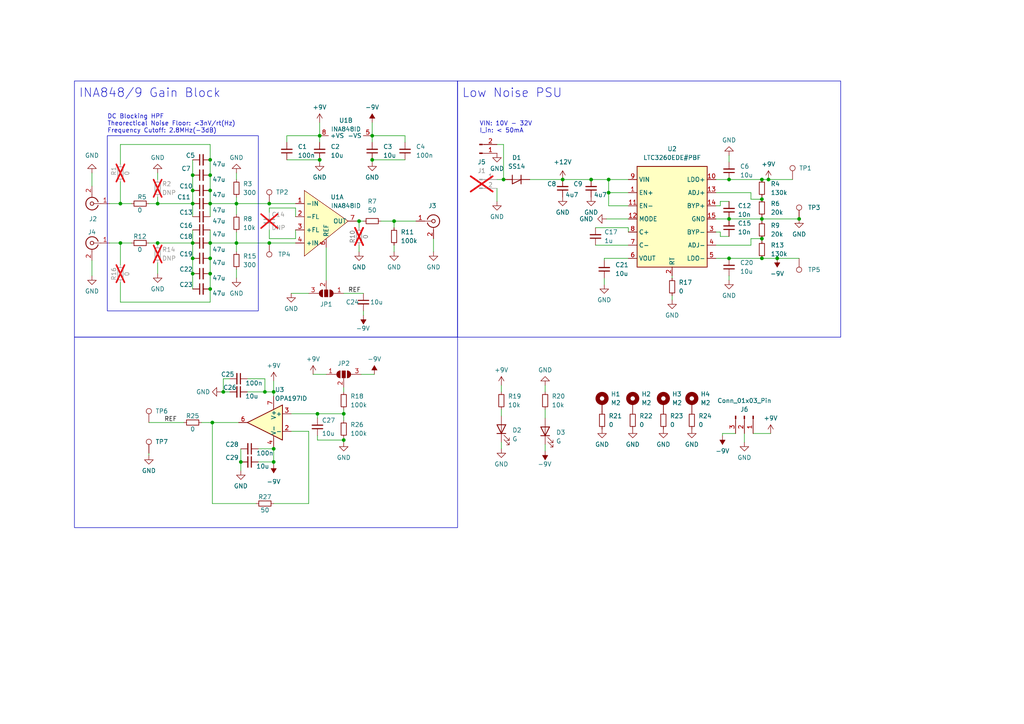
<source format=kicad_sch>
(kicad_sch (version 20230121) (generator eeschema)
  (paper "A4")
  (title_block (title "INA Gain Block") (date "2024-05-07") (rev "v0_1_1") (company "M-Labs Limited"))
  (lib_symbols
    (symbol "Amplifier_Operational:OPA197xD" (pin_names (offset 0.127))
      (property "Reference" "U" (at 0 6.35 0))
      (property "Value" "OPA197xD" (at 0 3.81 0))
      (symbol "OPA197xD_1_1"
        (pin no_connect line (at -2.54 2.54 270) (length 2.54) hide (name "NC") (number "1"))
        (pin input line (at -7.62 -2.54 0) (length 2.54) (name "-") (number "2"))
        (pin input line (at -7.62 2.54 0) (length 2.54) (name "+") (number "3"))
        (pin power_in line (at -2.54 -7.62 90) (length 3.81) (name "V-") (number "4"))
        (pin no_connect line (at 0 2.54 270) (length 2.54) hide (name "NC") (number "5"))
        (pin output line (at 7.62 0 180) (length 2.54) (name "~") (number "6"))
        (pin power_in line (at -2.54 7.62 270) (length 3.81) (name "V+") (number "7"))
        (pin no_connect line (at 0 -2.54 90) (length 2.54) hide (name "NC") (number "8"))
      )
    )
    (symbol "Connector:Conn_01x02_Pin" (pin_names (offset 1.016) hide)
      (property "Reference" "J" (at 0 2.54 0))
      (property "Value" "Conn_01x02_Pin" (at 0 -5.08 0))
      (symbol "Conn_01x02_Pin_1_1"
        (pin passive line (at 5.08 0 180) (length 3.81) (name "Pin_1") (number "1"))
        (pin passive line (at 5.08 -2.54 180) (length 3.81) (name "Pin_2") (number "2"))
      )
    )
    (symbol "Connector:Conn_01x03_Pin" (pin_names (offset 1.016) hide)
      (property "Reference" "J" (at 0 5.08 0))
      (property "Value" "Conn_01x03_Pin" (at 0 -5.08 0))
      (symbol "Conn_01x03_Pin_1_1"
        (pin passive line (at 5.08 2.54 180) (length 3.81) (name "Pin_1") (number "1"))
        (pin passive line (at 5.08 0 180) (length 3.81) (name "Pin_2") (number "2"))
        (pin passive line (at 5.08 -2.54 180) (length 3.81) (name "Pin_3") (number "3"))
      )
    )
    (symbol "Connector:Conn_Coaxial" (pin_names (offset 1.016) hide)
      (property "Reference" "J" (at 0.254 3.048 0))
      (property "Value" "Conn_Coaxial" (at 2.921 0 90))
      (symbol "Conn_Coaxial_1_1"
        (pin passive line (at -5.08 0 0) (length 2.54) (name "In") (number "1"))
        (pin passive line (at 0 -5.08 90) (length 2.54) (name "Ext") (number "2"))
      )
    )
    (symbol "Connector:TestPoint" (pin_numbers hide) (pin_names (offset 0.762) hide)
      (property "Reference" "TP" (at 0 6.858 0))
      (property "Value" "TestPoint" (at 0 5.08 0))
      (symbol "TestPoint_1_1"
        (pin passive line (at 0 0 90) (length 2.54) (name "1") (number "1"))
      )
    )
    (symbol "Device:C_Small" (pin_numbers hide) (pin_names (offset 0.254) hide)
      (property "Reference" "C" (at 0.254 1.778 0))
      (property "Value" "C_Small" (at 0.254 -2.032 0))
      (symbol "C_Small_1_1"
        (pin passive line (at 0 2.54 270) (length 2.032) (name "~") (number "1"))
        (pin passive line (at 0 -2.54 90) (length 2.032) (name "~") (number "2"))
      )
    )
    (symbol "Device:D_Shockley" (pin_numbers hide) (pin_names (offset 1.016) hide)
      (property "Reference" "D" (at 0 2.54 0))
      (property "Value" "D_Shockley" (at 0 -2.54 0))
      (symbol "D_Shockley_1_1"
        (pin passive line (at -3.81 0 0) (length 2.54) (name "K") (number "1"))
        (pin passive line (at 3.81 0 180) (length 2.54) (name "A") (number "2"))
      )
    )
    (symbol "Device:LED" (pin_numbers hide) (pin_names (offset 1.016) hide)
      (property "Reference" "D" (at 0 2.54 0))
      (property "Value" "LED" (at 0 -2.54 0))
      (symbol "LED_1_1"
        (pin passive line (at -3.81 0 0) (length 2.54) (name "K") (number "1"))
        (pin passive line (at 3.81 0 180) (length 2.54) (name "A") (number "2"))
      )
    )
    (symbol "Device:R_Small" (pin_numbers hide) (pin_names (offset 0.254) hide)
      (property "Reference" "R" (at 0.762 0.508 0))
      (property "Value" "R_Small" (at 0.762 -1.016 0))
      (symbol "R_Small_1_1"
        (pin passive line (at 0 2.54 270) (length 0.762) (name "~") (number "1"))
        (pin passive line (at 0 -2.54 90) (length 0.762) (name "~") (number "2"))
      )
    )
    (symbol "INA848_1"
      (property "Reference" "REF**" (at 2.54 1.27 0))
      (property "Value" "INA848ID" (at 0 -2.54 0))
      (symbol "INA848_1_1_1"
        (pin input line (at -2.54 -3.81 0) (length 2.54) (name "-IN") (number "1"))
        (pin input line (at -2.54 -7.62 0) (length 2.54) (name "-FL") (number "2"))
        (pin input line (at -2.54 -11.43 0) (length 2.54) (name "+FL") (number "3"))
        (pin input line (at -2.54 -15.24 0) (length 2.54) (name "+IN") (number "4"))
        (pin input line (at 6.35 -16.51 90) (length 2.54) (name "REF") (number "6"))
        (pin input line (at 15.24 -8.89 180) (length 2.54) (name "OUT") (number "7"))
      )
      (symbol "INA848_1_2_1"
        (pin input line (at 15.24 0 180) (length 2.54) (name "-VS") (number "5"))
        (pin input line (at 0 0 0) (length 2.54) (name "+VS") (number "8"))
      )
    )
    (symbol "Jumper:SolderJumper_3_Open" (pin_names (offset 0) hide)
      (property "Reference" "JP" (at -2.54 -2.54 0))
      (property "Value" "SolderJumper_3_Open" (at 0 2.794 0))
      (symbol "SolderJumper_3_Open_1_1"
        (pin passive line (at -5.08 0 0) (length 2.54) (name "A") (number "1"))
        (pin passive line (at 0 -3.81 90) (length 2.54) (name "C") (number "2"))
        (pin passive line (at 5.08 0 180) (length 2.54) (name "B") (number "3"))
      )
    )
    (symbol "Mechanical:MountingHole_Pad" (pin_numbers hide) (pin_names (offset 1.016) hide)
      (property "Reference" "H" (at 0 6.35 0))
      (property "Value" "MountingHole_Pad" (at 0 4.445 0))
      (symbol "MountingHole_Pad_1_1"
        (pin input line (at 0 -2.54 90) (length 2.54) (name "1") (number "1"))
      )
    )
    (symbol "custom:INA848"
      (property "Reference" "REF**" (at 2.54 1.27 0))
      (property "Value" "INA848ID" (at 0 -2.54 0))
      (symbol "INA848_1_1"
        (pin input line (at -2.54 -3.81 0) (length 2.54) (name "-IN") (number "1"))
        (pin input line (at -2.54 -7.62 0) (length 2.54) (name "-FL") (number "2"))
        (pin input line (at -2.54 -11.43 0) (length 2.54) (name "+FL") (number "3"))
        (pin input line (at -2.54 -15.24 0) (length 2.54) (name "+IN") (number "4"))
        (pin input line (at 6.35 -16.51 90) (length 2.54) (name "REF") (number "6"))
        (pin input line (at 15.24 -8.89 180) (length 2.54) (name "OUT") (number "7"))
      )
      (symbol "INA848_2_1"
        (pin input line (at 15.24 0 180) (length 2.54) (name "-VS") (number "5"))
        (pin input line (at 0 0 0) (length 2.54) (name "+VS") (number "8"))
      )
    )
    (symbol "custom:LTC3260EDE#PBF"
      (property "Reference" "IC" (at 26.67 7.62 0))
      (property "Value" "LTC3260EDE#PBF" (at 26.67 5.08 0))
      (symbol "LTC3260EDE#PBF_1_1"
        (pin passive line (at 2.54 -5.08 0) (length 2.54) (name "EN+") (number "1"))
        (pin passive line (at 27.94 -1.27 180) (length 2.54) (name "LDO+") (number "10"))
        (pin passive line (at 2.54 -8.89 0) (length 2.54) (name "EN-") (number "11"))
        (pin passive line (at 2.54 -12.7 0) (length 2.54) (name "MODE") (number "12"))
        (pin passive line (at 27.94 -5.08 180) (length 2.54) (name "ADJ+") (number "13"))
        (pin passive line (at 27.94 -8.89 180) (length 2.54) (name "BYP+") (number "14"))
        (pin passive line (at 27.94 -12.7 180) (length 2.54) (name "GND") (number "15"))
        (pin passive line (at 15.24 -29.21 90) (length 2.54) (name "RT") (number "2"))
        (pin passive line (at 27.94 -16.51 180) (length 2.54) (name "BYP-") (number "3"))
        (pin passive line (at 27.94 -20.32 180) (length 2.54) (name "ADJ-") (number "4"))
        (pin passive line (at 27.94 -24.13 180) (length 2.54) (name "LDO-") (number "5"))
        (pin passive line (at 2.54 -24.13 0) (length 2.54) (name "VOUT") (number "6"))
        (pin passive line (at 2.54 -20.32 0) (length 2.54) (name "C-") (number "7"))
        (pin passive line (at 2.54 -16.51 0) (length 2.54) (name "C+") (number "8"))
        (pin passive line (at 2.54 -1.27 0) (length 2.54) (name "VIN") (number "9"))
      )
    )
    (symbol "power:+12V" (power) (pin_names (offset 0))
      (property "Value" "+12V" (at 0 3.556 0))
      (symbol "+12V_1_1"
        (pin power_in line (at 0 0 90) (length 0) hide (name "+12V") (number "1"))
      )
    )
    (symbol "power:+9V" (power) (pin_names (offset 0))
      (property "Value" "+9V" (at 0 3.556 0))
      (symbol "+9V_1_1"
        (pin power_in line (at 0 0 90) (length 0) hide (name "+9V") (number "1"))
      )
    )
    (symbol "power:-9V" (power) (pin_names (offset 0))
      (property "Value" "-9V" (at 0 3.81 0))
      (symbol "-9V_1_1"
        (pin power_in line (at 0 0 90) (length 0) hide (name "-9V") (number "1"))
      )
    )
    (symbol "power:GND" (power) (pin_names (offset 0))
      (property "Value" "GND" (at 0 -3.81 0))
      (symbol "GND_1_1"
        (pin power_in line (at 0 0 270) (length 0) hide (name "GND") (number "1"))
      )
    )
  )
  (junction (at 225.425 74.93))
  (junction (at 176.53 52.07))
  (junction (at 79.375 130.175))
  (junction (at 104.14 64.135))
  (junction (at 222.885 52.07))
  (junction (at 79.375 113.665))
  (junction (at 60.96 59.055))
  (junction (at 55.88 55.245))
  (junction (at 55.88 74.93))
  (junction (at 55.88 50.8))
  (junction (at 220.98 69.215))
  (junction (at 114.3 64.135))
  (junction (at 45.72 70.485))
  (junction (at 92.71 46.355))
  (junction (at 64.77 113.665))
  (junction (at 211.455 52.07))
  (junction (at 60.96 70.485))
  (junction (at 78.105 59.055))
  (junction (at 220.98 52.07))
  (junction (at 176.53 55.88))
  (junction (at 99.695 120.015))
  (junction (at 107.95 39.37))
  (junction (at 34.925 70.485))
  (junction (at 220.98 74.93))
  (junction (at 231.775 63.5))
  (junction (at 60.96 83.82))
  (junction (at 60.96 46.355))
  (junction (at 34.925 59.055))
  (junction (at 45.72 59.055))
  (junction (at 211.455 74.93))
  (junction (at 171.45 52.07))
  (junction (at 79.375 133.985))
  (junction (at 61.595 122.555))
  (junction (at 55.88 79.375))
  (junction (at 78.105 70.485))
  (junction (at 146.05 52.07))
  (junction (at 220.98 63.5))
  (junction (at 60.96 74.93))
  (junction (at 76.835 113.665))
  (junction (at 68.58 59.055))
  (junction (at 60.96 55.245))
  (junction (at 211.455 63.5))
  (junction (at 69.85 133.985))
  (junction (at 163.195 52.07))
  (junction (at 107.95 46.355))
  (junction (at 60.96 50.8))
  (junction (at 55.88 59.055))
  (junction (at 55.88 70.485))
  (junction (at 99.695 127.635))
  (junction (at 220.98 57.785))
  (junction (at 92.075 120.015))
  (junction (at 60.96 79.375))
  (junction (at 92.71 39.37))
  (junction (at 68.58 70.485))
  (wire (pts (xy 225.425 74.93) (xy 231.775 74.93)))
  (wire (pts (xy 84.455 85.09) (xy 89.535 85.09)))
  (wire (pts (xy 68.58 70.485) (xy 78.105 70.485)))
  (wire (pts (xy 125.73 73.025) (xy 125.73 69.215)))
  (wire (pts (xy 26.67 50.165) (xy 26.67 53.975)))
  (wire (pts (xy 34.925 41.91) (xy 60.96 41.91)))
  (wire (pts (xy 222.885 52.07) (xy 229.87 52.07)))
  (wire (pts (xy 99.695 112.395) (xy 99.695 113.665)))
  (wire (pts (xy 45.72 71.12) (xy 45.72 70.485)))
  (wire (pts (xy 176.53 55.88) (xy 176.53 52.07)))
  (wire (pts (xy 60.96 70.485) (xy 60.96 74.93)))
  (wire (pts (xy 89.535 125.095) (xy 89.535 146.05)))
  (wire (pts (xy 92.075 127.635) (xy 99.695 127.635)))
  (wire (pts (xy 220.98 64.135) (xy 220.98 63.5)))
  (wire (pts (xy 107.95 39.37) (xy 107.95 41.275)))
  (wire (pts (xy 220.98 74.93) (xy 225.425 74.93)))
  (wire (pts (xy 55.88 70.485) (xy 55.88 74.93)))
  (wire (pts (xy 220.98 63.5) (xy 220.98 62.865)))
  (wire (pts (xy 207.645 74.93) (xy 211.455 74.93)))
  (wire (pts (xy 69.85 136.525) (xy 69.85 133.985)))
  (wire (pts (xy 83.185 46.355) (xy 92.71 46.355)))
  (wire (pts (xy 71.755 109.855) (xy 76.835 109.855)))
  (wire (pts (xy 209.55 125.73) (xy 209.55 126.365)))
  (wire (pts (xy 43.18 122.555) (xy 53.34 122.555)))
  (wire (pts (xy 175.895 63.5) (xy 182.245 63.5)))
  (wire (pts (xy 55.88 59.055) (xy 55.88 62.865)))
  (wire (pts (xy 34.925 52.705) (xy 34.925 59.055)))
  (wire (pts (xy 61.595 122.555) (xy 69.215 122.555)))
  (wire (pts (xy 107.95 46.355) (xy 117.475 46.355)))
  (wire (pts (xy 83.185 41.275) (xy 83.185 39.37)))
  (wire (pts (xy 60.96 59.055) (xy 68.58 59.055)))
  (wire (pts (xy 34.925 59.055) (xy 38.1 59.055)))
  (wire (pts (xy 220.98 57.785) (xy 220.98 57.15)))
  (wire (pts (xy 60.96 87.63) (xy 60.96 83.82)))
  (wire (pts (xy 114.3 73.025) (xy 114.3 71.12)))
  (wire (pts (xy 211.455 52.07) (xy 220.98 52.07)))
  (wire (pts (xy 209.55 125.73) (xy 213.36 125.73)))
  (wire (pts (xy 145.415 130.175) (xy 145.415 128.27)))
  (wire (pts (xy 60.96 41.91) (xy 60.96 46.355)))
  (wire (pts (xy 60.96 55.245) (xy 60.96 59.055)))
  (wire (pts (xy 146.05 41.91) (xy 146.05 52.07)))
  (wire (pts (xy 158.115 118.745) (xy 158.115 121.285)))
  (wire (pts (xy 171.45 52.07) (xy 176.53 52.07)))
  (wire (pts (xy 69.85 130.175) (xy 69.85 133.985)))
  (wire (pts (xy 194.945 80.645) (xy 194.945 80.01)))
  (wire (pts (xy 217.805 71.12) (xy 217.805 69.215)))
  (wire (pts (xy 207.645 52.07) (xy 211.455 52.07)))
  (wire (pts (xy 83.185 39.37) (xy 92.71 39.37)))
  (wire (pts (xy 60.96 79.375) (xy 60.96 83.82)))
  (wire (pts (xy 68.58 57.15) (xy 68.58 59.055)))
  (wire (pts (xy 207.645 55.88) (xy 217.805 55.88)))
  (wire (pts (xy 99.695 128.27) (xy 99.695 127.635)))
  (wire (pts (xy 217.805 55.88) (xy 217.805 57.785)))
  (wire (pts (xy 68.58 80.645) (xy 68.58 78.105)))
  (wire (pts (xy 144.145 52.07) (xy 146.05 52.07)))
  (wire (pts (xy 231.775 63.5) (xy 220.98 63.5)))
  (wire (pts (xy 68.58 59.055) (xy 78.105 59.055)))
  (wire (pts (xy 64.135 113.665) (xy 64.77 113.665)))
  (wire (pts (xy 79.375 134.62) (xy 79.375 133.985)))
  (wire (pts (xy 45.72 57.15) (xy 45.72 59.055)))
  (wire (pts (xy 60.96 66.675) (xy 60.96 70.485)))
  (wire (pts (xy 60.96 50.8) (xy 60.96 55.245)))
  (wire (pts (xy 45.72 50.165) (xy 45.72 52.07)))
  (wire (pts (xy 175.26 74.93) (xy 182.245 74.93)))
  (wire (pts (xy 45.72 59.055) (xy 55.88 59.055)))
  (wire (pts (xy 34.925 87.63) (xy 60.96 87.63)))
  (wire (pts (xy 74.93 130.175) (xy 79.375 130.175)))
  (wire (pts (xy 34.925 47.625) (xy 34.925 41.91)))
  (wire (pts (xy 79.375 110.49) (xy 79.375 113.665)))
  (wire (pts (xy 153.67 52.07) (xy 163.195 52.07)))
  (wire (pts (xy 218.44 125.73) (xy 223.52 125.73)))
  (wire (pts (xy 55.88 50.8) (xy 55.88 55.245)))
  (wire (pts (xy 104.14 73.025) (xy 104.14 71.12)))
  (wire (pts (xy 220.98 69.215) (xy 220.98 69.85)))
  (wire (pts (xy 78.105 60.325) (xy 85.725 60.325)))
  (wire (pts (xy 208.915 68.58) (xy 211.455 68.58)))
  (wire (pts (xy 211.455 63.5) (xy 220.98 63.5)))
  (wire (pts (xy 172.72 71.12) (xy 182.245 71.12)))
  (wire (pts (xy 68.58 70.485) (xy 68.58 73.025)))
  (wire (pts (xy 120.65 64.135) (xy 114.3 64.135)))
  (wire (pts (xy 31.75 70.485) (xy 34.925 70.485)))
  (wire (pts (xy 60.96 70.485) (xy 68.58 70.485)))
  (wire (pts (xy 43.18 132.08) (xy 43.18 131.445)))
  (wire (pts (xy 104.14 64.135) (xy 105.41 64.135)))
  (wire (pts (xy 182.245 66.04) (xy 182.245 67.31)))
  (wire (pts (xy 61.595 146.05) (xy 74.295 146.05)))
  (wire (pts (xy 43.18 59.055) (xy 45.72 59.055)))
  (wire (pts (xy 85.725 69.215) (xy 85.725 66.675)))
  (wire (pts (xy 99.695 85.09) (xy 105.41 85.09)))
  (wire (pts (xy 78.105 60.325) (xy 78.105 61.595)))
  (wire (pts (xy 207.645 71.12) (xy 217.805 71.12)))
  (wire (pts (xy 144.145 41.91) (xy 146.05 41.91)))
  (wire (pts (xy 107.95 46.99) (xy 107.95 46.355)))
  (wire (pts (xy 114.3 64.135) (xy 110.49 64.135)))
  (wire (pts (xy 92.71 46.99) (xy 92.71 46.355)))
  (wire (pts (xy 220.98 52.07) (xy 222.885 52.07)))
  (wire (pts (xy 105.41 90.17) (xy 105.41 91.44)))
  (wire (pts (xy 60.96 74.93) (xy 60.96 79.375)))
  (wire (pts (xy 211.455 81.28) (xy 211.455 80.01)))
  (wire (pts (xy 58.42 122.555) (xy 61.595 122.555)))
  (wire (pts (xy 76.835 109.855) (xy 76.835 113.665)))
  (wire (pts (xy 182.245 59.69) (xy 176.53 59.69)))
  (wire (pts (xy 144.145 54.61) (xy 144.145 58.42)))
  (wire (pts (xy 211.455 74.93) (xy 220.98 74.93)))
  (wire (pts (xy 64.77 113.665) (xy 66.675 113.665)))
  (wire (pts (xy 176.53 59.69) (xy 176.53 55.88)))
  (wire (pts (xy 211.455 58.42) (xy 208.915 58.42)))
  (wire (pts (xy 92.075 121.285) (xy 92.075 120.015)))
  (wire (pts (xy 68.58 67.31) (xy 68.58 70.485)))
  (wire (pts (xy 55.88 66.675) (xy 55.88 70.485)))
  (wire (pts (xy 107.95 35.56) (xy 107.95 39.37)))
  (wire (pts (xy 78.105 70.485) (xy 85.725 70.485)))
  (wire (pts (xy 45.72 70.485) (xy 55.88 70.485)))
  (wire (pts (xy 217.805 57.785) (xy 220.98 57.785)))
  (wire (pts (xy 78.105 69.215) (xy 78.105 66.675)))
  (wire (pts (xy 108.585 108.585) (xy 104.775 108.585)))
  (wire (pts (xy 68.58 50.165) (xy 68.58 52.07)))
  (wire (pts (xy 207.645 67.31) (xy 208.915 67.31)))
  (wire (pts (xy 175.26 82.55) (xy 175.26 80.645)))
  (wire (pts (xy 84.455 120.015) (xy 92.075 120.015)))
  (wire (pts (xy 163.195 52.07) (xy 171.45 52.07)))
  (wire (pts (xy 103.505 64.135) (xy 104.14 64.135)))
  (wire (pts (xy 34.925 76.835) (xy 34.925 70.485)))
  (wire (pts (xy 176.53 55.88) (xy 182.245 55.88)))
  (wire (pts (xy 55.88 55.245) (xy 55.88 59.055)))
  (wire (pts (xy 74.93 133.985) (xy 79.375 133.985)))
  (wire (pts (xy 60.96 46.355) (xy 60.96 50.8)))
  (wire (pts (xy 117.475 41.275) (xy 117.475 39.37)))
  (wire (pts (xy 92.075 120.015) (xy 99.695 120.015)))
  (wire (pts (xy 158.115 111.76) (xy 158.115 113.665)))
  (wire (pts (xy 61.595 146.05) (xy 61.595 122.555)))
  (wire (pts (xy 99.695 118.745) (xy 99.695 120.015)))
  (wire (pts (xy 31.75 59.055) (xy 34.925 59.055)))
  (wire (pts (xy 172.72 66.04) (xy 182.245 66.04)))
  (wire (pts (xy 92.71 39.37) (xy 92.71 41.275)))
  (wire (pts (xy 64.77 109.855) (xy 64.77 113.665)))
  (wire (pts (xy 114.3 66.04) (xy 114.3 64.135)))
  (wire (pts (xy 34.925 81.915) (xy 34.925 87.63)))
  (wire (pts (xy 145.415 118.745) (xy 145.415 120.65)))
  (wire (pts (xy 94.615 71.755) (xy 94.615 81.28)))
  (wire (pts (xy 215.9 125.73) (xy 215.9 128.27)))
  (wire (pts (xy 92.075 126.365) (xy 92.075 127.635)))
  (wire (pts (xy 68.58 59.055) (xy 68.58 62.23)))
  (wire (pts (xy 211.455 45.085) (xy 211.455 46.99)))
  (wire (pts (xy 60.96 59.055) (xy 60.96 62.865)))
  (wire (pts (xy 158.115 128.905) (xy 158.115 130.81)))
  (wire (pts (xy 208.915 59.69) (xy 207.645 59.69)))
  (wire (pts (xy 34.925 70.485) (xy 38.1 70.485)))
  (wire (pts (xy 85.725 60.325) (xy 85.725 62.865)))
  (wire (pts (xy 92.71 35.56) (xy 92.71 39.37)))
  (wire (pts (xy 207.645 63.5) (xy 211.455 63.5)))
  (wire (pts (xy 117.475 39.37) (xy 107.95 39.37)))
  (wire (pts (xy 104.14 64.135) (xy 104.14 66.04)))
  (wire (pts (xy 79.375 146.05) (xy 89.535 146.05)))
  (wire (pts (xy 145.415 111.76) (xy 145.415 113.665)))
  (wire (pts (xy 175.26 75.565) (xy 175.26 74.93)))
  (wire (pts (xy 194.945 86.995) (xy 194.945 85.725)))
  (wire (pts (xy 79.375 113.665) (xy 79.375 114.935)))
  (wire (pts (xy 208.915 67.31) (xy 208.915 68.58)))
  (wire (pts (xy 78.105 69.215) (xy 85.725 69.215)))
  (wire (pts (xy 84.455 125.095) (xy 89.535 125.095)))
  (wire (pts (xy 182.245 52.07) (xy 176.53 52.07)))
  (wire (pts (xy 71.755 113.665) (xy 76.835 113.665)))
  (wire (pts (xy 76.835 113.665) (xy 79.375 113.665)))
  (wire (pts (xy 99.695 127.635) (xy 99.695 127)))
  (wire (pts (xy 55.88 74.93) (xy 55.88 79.375)))
  (wire (pts (xy 45.72 79.375) (xy 45.72 76.2)))
  (wire (pts (xy 43.18 70.485) (xy 45.72 70.485)))
  (wire (pts (xy 99.695 120.015) (xy 99.695 121.92)))
  (wire (pts (xy 217.805 69.215) (xy 220.98 69.215)))
  (wire (pts (xy 55.88 79.375) (xy 55.88 83.82)))
  (wire (pts (xy 208.915 58.42) (xy 208.915 59.69)))
  (wire (pts (xy 66.675 109.855) (xy 64.77 109.855)))
  (wire (pts (xy 78.105 59.055) (xy 85.725 59.055)))
  (wire (pts (xy 79.375 133.985) (xy 79.375 130.175)))
  (wire (pts (xy 90.805 108.585) (xy 94.615 108.585)))
  (wire (pts (xy 26.67 80.01) (xy 26.67 75.565)))
  (wire (pts (xy 55.88 46.355) (xy 55.88 50.8)))
  (rectangle (start 21.59 97.79) (end 132.715 153.035))
  (rectangle (start 132.715 23.495) (end 243.84 97.79))
  (rectangle (start 31.115 39.37) (end 74.93 90.17))
  (rectangle (start 21.59 23.495) (end 132.715 97.79))
  (text "DC Blocking HPF\nTheorectical Noise Floor: <3nV/rt(Hz)\nFrequency Cutoff: 2.8MHz(-3dB)" (at 31.115 38.735 0) (effects (font (size 1.27 1.27)) (justify left bottom)))
  (text "VIN: 10V - 32V\nI_in: < 50mA" (at 139.065 38.735 0) (effects (font (size 1.27 1.27)) (justify left bottom)))
  (text "Low Noise PSU" (at 133.985 28.575 0) (effects (font (size 2.54 2.54)) (justify left bottom)))
  (text "INA848/9 Gain Block" (at 22.86 28.575 0) (effects (font (size 2.54 2.54)) (justify left bottom)))
  (label "REF" (at 47.625 122.555 0))
  (label "REF" (at 100.965 85.09 0))
  (symbol (lib_id "power:GND") (at 45.72 50.165 180) (unit 1)
    (property "Reference" "#PWR07" (effects hide))
    (property "Value" "GND" (at 45.72 45.72 0))
  )
  (symbol (lib_id "power:GND") (at 26.67 50.165 180) (unit 1)
    (property "Reference" "#PWR06" (effects hide))
    (property "Value" "GND" (at 26.67 45.085 0))
  )
  (symbol (lib_name "INA848_1") (lib_id "custom:INA848") (at 88.265 55.245 0) (unit 1)
    (property "Reference" "U1" (at 97.79 57.15 0))
    (property "Value" "INA848ID" (at 100.33 59.69 0))
    (property "Footprint" "custom:INA848-SOIC-8" (effects hide))
    (property "MFR_PN" "INA848ID" (effects hide))
  )
  (symbol (lib_id "Device:C_Small") (at 92.075 123.825 180) (unit 1)
    (property "Reference" "C27" (at 93.345 121.92 0) (effects (justify right)))
    (property "Value" "10u" (at 93.345 125.73 0) (effects (justify right)))
    (property "Footprint" "Capacitor_SMD:C_0805_2012Metric" (effects hide))
    (property "MFR_PN" "CL21A106KOQNNNE" (effects hide))
  )
  (symbol (lib_id "Device:C_Small") (at 69.215 109.855 270) (unit 1)
    (property "Reference" "C25" (at 66.04 108.585 90))
    (property "Value" "100n" (at 73.66 111.125 90))
    (property "Footprint" "Capacitor_SMD:C_0603_1608Metric" (effects hide))
    (property "MFR_PN" "C0603C104K5RACAUTO" (effects hide))
  )
  (symbol (lib_id "power:GND") (at 84.455 85.09 0) (unit 1)
    (property "Reference" "#PWR025" (effects hide))
    (property "Value" "GND" (at 84.455 89.535 0))
  )
  (symbol (lib_id "Device:R_Small") (at 68.58 64.77 0) (unit 1)
    (property "Reference" "R8" (at 70.485 63.5 0) (effects (justify left)))
    (property "Value" "10k" (at 70.485 66.04 0) (effects (justify left)))
    (property "Footprint" "Resistor_SMD:R_0603_1608Metric" (effects hide))
    (property "MFR_PN" "RC0603JR-0710KP" (effects hide))
  )
  (symbol (lib_id "Device:C_Small") (at 58.42 66.675 90) (unit 1)
    (property "Reference" "C16" (at 53.975 65.405 90))
    (property "Value" "47u" (at 63.5 67.945 90))
    (property "Footprint" "Capacitor_SMD:C_1206_3216Metric" (effects hide))
    (property "MFR_PN" "C3216X5R1E476M160AC" (effects hide))
  )
  (symbol (lib_id "Connector:Conn_Coaxial") (at 125.73 64.135 0) (unit 1)
    (property "Reference" "J3" (at 125.4126 59.69 0))
    (property "Value" "Conn_Coaxial" (effects hide))
    (property "Footprint" "custom:CON-SMA-EDGE-S" (effects hide))
    (property "Datasheet" " ~" (effects hide))
    (property "MFR_PN" "CON-SMA-EDGE-S" (effects hide))
  )
  (symbol (lib_id "power:+9V") (at 223.52 125.73 0) (unit 1)
    (property "Reference" "#PWR046" (effects hide))
    (property "Value" "+9V" (at 223.52 121.285 0))
  )
  (symbol (lib_id "Device:C_Small") (at 58.42 46.355 90) (unit 1)
    (property "Reference" "C5" (at 55.245 45.085 90))
    (property "Value" "47u" (at 63.5 47.625 90))
    (property "Footprint" "Capacitor_SMD:C_1206_3216Metric" (effects hide))
    (property "MFR_PN" "C3216X5R1E476M160AC" (effects hide))
  )
  (symbol (lib_id "power:GND") (at 175.26 82.55 0) (unit 1)
    (property "Reference" "#PWR024" (effects hide))
    (property "Value" "GND" (at 175.26 86.995 0))
  )
  (symbol (lib_id "Connector:TestPoint") (at 43.18 122.555 0) (unit 1)
    (property "Reference" "TP6" (at 45.085 119.253 0) (effects (justify left)))
    (property "Value" "TestPoint" (effects hide))
    (property "Footprint" "TestPoint:TestPoint_Pad_1.0x1.0mm" (effects hide))
  )
  (symbol (lib_id "Device:LED") (at 145.415 124.46 90) (unit 1)
    (property "Reference" "D2" (at 148.59 124.7775 90) (effects (justify right)))
    (property "Value" "G" (at 148.59 127.3175 90) (effects (justify right)))
    (property "Footprint" "LED_SMD:LED_0805_2012Metric" (effects hide))
    (property "MFR_PN" "LTST-S220GKT" (effects hide))
  )
  (symbol (lib_id "power:GND") (at 114.3 73.025 0) (unit 1)
    (property "Reference" "#PWR017" (effects hide))
    (property "Value" "GND" (at 114.3 77.47 0))
  )
  (symbol (lib_id "Device:R_Small") (at 34.925 79.375 0) (unit 1) (dnp yes)
    (property "Reference" "R16" (at 33.02 77.47 90) (effects (justify right)))
    (property "Value" "0" (at 36.83 78.74 90) (effects (justify right)))
    (property "Footprint" "Resistor_SMD:R_0603_1608Metric" (effects hide))
    (property "MFR_PN" "RC0603FR-070RL" (effects hide))
  )
  (symbol (lib_id "power:GND") (at 26.67 80.01 0) (unit 1)
    (property "Reference" "#PWR021" (effects hide))
    (property "Value" "GND" (at 26.67 84.455 0))
  )
  (symbol (lib_id "Device:R_Small") (at 104.14 68.58 0) (unit 1) (dnp yes)
    (property "Reference" "R10" (at 102.235 66.675 90) (effects (justify right)))
    (property "Value" "0" (at 106.045 67.945 90) (effects (justify right)))
    (property "Footprint" "Resistor_SMD:R_0603_1608Metric" (effects hide))
    (property "MFR_PN" "RC0603FR-070RL" (effects hide))
  )
  (symbol (lib_id "power:GND") (at 107.95 46.99 0) (unit 1)
    (property "Reference" "#PWR05" (effects hide))
    (property "Value" "GND" (at 107.95 51.435 0))
  )
  (symbol (lib_id "Connector:Conn_Coaxial") (at 26.67 70.485 0) (mirror y) (unit 1)
    (property "Reference" "J4" (at 26.67 67.31 0))
    (property "Value" "Conn_Coaxial" (effects hide))
    (property "Footprint" "custom:CON-SMA-EDGE-S" (effects hide))
    (property "Datasheet" " ~" (effects hide))
    (property "MFR_PN" "CON-SMA-EDGE-S" (effects hide))
  )
  (symbol (lib_id "power:GND") (at 144.145 44.45 0) (unit 1)
    (property "Reference" "#PWR044" (effects hide))
    (property "Value" "GND" (at 144.145 48.895 0))
  )
  (symbol (lib_id "power:GND") (at 43.18 132.08 0) (unit 1)
    (property "Reference" "#PWR041" (effects hide))
    (property "Value" "GND" (at 43.18 136.525 0))
  )
  (symbol (lib_id "Device:C_Small") (at 175.26 78.105 180) (unit 1)
    (property "Reference" "C21" (at 178.435 76.8286 0) (effects (justify right)))
    (property "Value" "10u" (at 178.435 79.3686 0) (effects (justify right)))
    (property "Footprint" "Capacitor_SMD:C_0805_2012Metric" (effects hide))
    (property "MFR_PN" "CL21A106KOQNNNE" (effects hide))
  )
  (symbol (lib_id "Device:C_Small") (at 83.185 43.815 180) (unit 1)
    (property "Reference" "C1" (at 86.36 42.5386 0) (effects (justify right)))
    (property "Value" "100n" (at 86.36 45.0786 0) (effects (justify right)))
    (property "Footprint" "Capacitor_SMD:C_0603_1608Metric" (effects hide))
    (property "MFR_PN" "C0603C104K5RACAUTO" (effects hide))
  )
  (symbol (lib_id "power:-9V") (at 108.585 108.585 0) (unit 1)
    (property "Reference" "#PWR029" (effects hide))
    (property "Value" "-9V" (at 108.585 104.14 0))
  )
  (symbol (lib_id "Device:R_Small") (at 76.835 146.05 90) (unit 1)
    (property "Reference" "R27" (at 76.835 144.145 90))
    (property "Value" "50" (at 76.835 147.955 90))
    (property "Footprint" "Resistor_SMD:R_0603_1608Metric" (effects hide))
    (property "MFR_PN" "RT0603DRD0749R9L" (effects hide))
  )
  (symbol (lib_id "Device:C_Small") (at 72.39 130.175 270) (unit 1)
    (property "Reference" "C28" (at 67.31 128.905 90))
    (property "Value" "100n" (at 76.835 131.445 90))
    (property "Footprint" "Capacitor_SMD:C_0603_1608Metric" (effects hide))
    (property "MFR_PN" "C0603C104K5RACAUTO" (effects hide))
  )
  (symbol (lib_id "power:GND") (at 192.405 124.46 0) (unit 1)
    (property "Reference" "#PWR036" (effects hide))
    (property "Value" "GND" (at 192.405 128.905 0))
  )
  (symbol (lib_id "Mechanical:MountingHole_Pad") (at 200.66 116.84 0) (unit 1)
    (property "Reference" "H4" (at 203.2 114.3 0) (effects (justify left)))
    (property "Value" "M2" (at 203.2 116.84 0) (effects (justify left)))
    (property "Footprint" "MountingHole:MountingHole_2.2mm_M2_ISO7380_Pad_TopBottom" (effects hide))
  )
  (symbol (lib_id "power:GND") (at 68.58 80.645 0) (unit 1)
    (property "Reference" "#PWR022" (effects hide))
    (property "Value" "GND" (at 68.58 85.09 0))
  )
  (symbol (lib_id "Device:C_Small") (at 92.71 43.815 180) (unit 1)
    (property "Reference" "C2" (at 95.885 42.5386 0) (effects (justify right)))
    (property "Value" "10u" (at 95.885 45.0786 0) (effects (justify right)))
    (property "Footprint" "Capacitor_SMD:C_0805_2012Metric" (effects hide))
    (property "MFR_PN" "CL21A106KOQNNNE" (effects hide))
  )
  (symbol (lib_id "Device:R_Small") (at 174.625 121.92 180) (unit 1)
    (property "Reference" "R21" (at 176.53 120.65 0) (effects (justify right)))
    (property "Value" "0" (at 176.53 123.19 0) (effects (justify right)))
    (property "Footprint" "Resistor_SMD:R_0603_1608Metric" (effects hide))
    (property "MFR_PN" "RC0603FR-070RL" (effects hide))
  )
  (symbol (lib_id "Device:R_Small") (at 220.98 60.325 180) (unit 1)
    (property "Reference" "R6" (at 223.52 59.055 0) (effects (justify right)))
    (property "Value" "20k" (at 223.52 61.595 0) (effects (justify right)))
    (property "Footprint" "Resistor_SMD:R_0603_1608Metric" (effects hide))
    (property "MFR_PN" "CRCW060320K0FKEA" (effects hide))
  )
  (symbol (lib_id "power:GND") (at 231.775 63.5 0) (unit 1)
    (property "Reference" "#PWR015" (effects hide))
    (property "Value" "GND" (at 231.775 67.945 0))
  )
  (symbol (lib_id "Device:R_Small") (at 145.415 116.205 0) (unit 1)
    (property "Reference" "R19" (at 147.32 114.935 0) (effects (justify left)))
    (property "Value" "10k" (at 147.32 117.475 0) (effects (justify left)))
    (property "Footprint" "Resistor_SMD:R_0603_1608Metric" (effects hide))
    (property "MFR_PN" "RC0603JR-0710KP" (effects hide))
  )
  (symbol (lib_id "power:-9V") (at 158.115 130.81 180) (unit 1)
    (property "Reference" "#PWR040" (effects hide))
    (property "Value" "-9V" (at 160.02 134.62 0) (effects (justify left)))
  )
  (symbol (lib_id "Device:C_Small") (at 211.455 66.04 180) (unit 1)
    (property "Reference" "C15" (at 213.995 64.7636 0) (effects (justify right)))
    (property "Value" "10n" (at 213.995 67.3036 0) (effects (justify right)))
    (property "Footprint" "Capacitor_SMD:C_0603_1608Metric" (effects hide))
    (property "MFR_PN" "C0603C103J4RACTU" (effects hide))
  )
  (symbol (lib_id "power:+9V") (at 79.375 110.49 0) (unit 1)
    (property "Reference" "#PWR030" (effects hide))
    (property "Value" "+9V" (at 79.375 106.045 0))
  )
  (symbol (lib_id "Device:C_Small") (at 58.42 79.375 90) (unit 1)
    (property "Reference" "C22" (at 53.975 78.105 90))
    (property "Value" "47u" (at 63.5 80.645 90))
    (property "Footprint" "Capacitor_SMD:C_1206_3216Metric" (effects hide))
    (property "MFR_PN" "C3216X5R1E476M160AC" (effects hide))
  )
  (symbol (lib_id "power:GND") (at 175.895 63.5 270) (unit 1)
    (property "Reference" "#PWR014" (effects hide))
    (property "Value" "GND" (at 172.085 63.5 90) (effects (justify right)))
  )
  (symbol (lib_id "Device:C_Small") (at 58.42 74.93 90) (unit 1)
    (property "Reference" "C19" (at 53.975 73.66 90))
    (property "Value" "47u" (at 63.5 76.2 90))
    (property "Footprint" "Capacitor_SMD:C_1206_3216Metric" (effects hide))
    (property "MFR_PN" "C3216X5R1E476M160AC" (effects hide))
  )
  (symbol (lib_id "Device:R_Small") (at 158.115 116.205 0) (unit 1)
    (property "Reference" "R20" (at 160.02 114.935 0) (effects (justify left)))
    (property "Value" "10k" (at 160.02 117.475 0) (effects (justify left)))
    (property "Footprint" "Resistor_SMD:R_0603_1608Metric" (effects hide))
    (property "MFR_PN" "RC0603JR-0710KP" (effects hide))
  )
  (symbol (lib_id "Device:R_Small") (at 45.72 73.66 180) (unit 1) (dnp yes)
    (property "Reference" "R14" (at 46.99 72.39 0) (effects (justify right)))
    (property "Value" "DNP" (at 46.99 74.93 0) (effects (justify right)))
    (property "Footprint" "Resistor_SMD:R_0603_1608Metric" (effects hide))
  )
  (symbol (lib_id "Device:R_Small") (at 114.3 68.58 180) (unit 1)
    (property "Reference" "R11" (at 116.205 67.31 0) (effects (justify right)))
    (property "Value" "100k" (at 116.205 69.85 0) (effects (justify right)))
    (property "Footprint" "Resistor_SMD:R_0603_1608Metric" (effects hide))
    (property "MFR_PN" "RT0603FRE10100KL" (effects hide))
  )
  (symbol (lib_id "Device:C_Small") (at 58.42 55.245 90) (unit 1)
    (property "Reference" "C10" (at 53.975 53.975 90))
    (property "Value" "47u" (at 63.5 56.515 90))
    (property "Footprint" "Capacitor_SMD:C_1206_3216Metric" (effects hide))
    (property "MFR_PN" "C3216X5R1E476M160AC" (effects hide))
  )
  (symbol (lib_id "Connector:TestPoint") (at 43.18 131.445 0) (unit 1)
    (property "Reference" "TP7" (at 45.085 128.143 0) (effects (justify left)))
    (property "Value" "TestPoint" (effects hide))
    (property "Footprint" "TestPoint:TestPoint_Pad_1.0x1.0mm" (effects hide))
  )
  (symbol (lib_id "power:GND") (at 125.73 73.025 0) (unit 1)
    (property "Reference" "#PWR018" (effects hide))
    (property "Value" "GND" (at 125.73 77.47 0))
  )
  (symbol (lib_id "power:GND") (at 99.695 128.27 0) (unit 1)
    (property "Reference" "#PWR038" (effects hide))
    (property "Value" "GND" (at 99.695 132.715 0))
  )
  (symbol (lib_id "Amplifier_Operational:OPA197xD") (at 76.835 122.555 0) (mirror y) (unit 1)
    (property "Reference" "U3" (at 79.7209 113.03 0) (effects (justify right)))
    (property "Value" "OPA197ID" (at 79.7209 115.57 0) (effects (justify right)))
    (property "Footprint" "custom:SOIC127P600X175-8N" (effects hide))
    (property "Datasheet" "http://www.ti.com/lit/ds/symlink/opa197.pdf" (effects hide))
    (property "MFR_PN" "OPA197ID" (effects hide))
  )
  (symbol (lib_id "Connector:Conn_01x02_Pin") (at 139.065 44.45 0) (mirror x) (unit 1)
    (property "Reference" "J5" (at 139.7 46.99 0))
    (property "Value" "Conn_01x02_Pin" (effects hide))
    (property "Footprint" "Connector_PinHeader_2.54mm:PinHeader_1x02_P2.54mm_Horizontal" (effects hide))
    (property "MFR_PN" "M20-9750242" (effects hide))
  )
  (symbol (lib_id "Device:R_Small") (at 220.98 72.39 180) (unit 1)
    (property "Reference" "R13" (at 223.52 71.12 0) (effects (justify right)))
    (property "Value" "130k" (at 223.52 73.66 0) (effects (justify right)))
    (property "Footprint" "Resistor_SMD:R_0603_1608Metric" (effects hide))
    (property "MFR_PN" "RC0603JR-07130KL" (effects hide))
  )
  (symbol (lib_id "Device:R_Small") (at 55.88 122.555 90) (unit 1)
    (property "Reference" "R25" (at 55.88 120.65 90))
    (property "Value" "0" (at 55.88 124.46 90))
    (property "Footprint" "Resistor_SMD:R_0603_1608Metric" (effects hide))
    (property "MFR_PN" "RC0603FR-070RL" (effects hide))
  )
  (symbol (lib_id "Device:R_Small") (at 40.64 59.055 270) (unit 1)
    (property "Reference" "R5" (at 42.545 57.15 90) (effects (justify right)))
    (property "Value" "0" (at 41.275 60.96 90) (effects (justify right)))
    (property "Footprint" "Resistor_SMD:R_0603_1608Metric" (effects hide))
    (property "MFR_PN" "RC0603FR-070RL" (effects hide))
  )
  (symbol (lib_id "Device:C_Small") (at 172.72 68.58 180) (unit 1)
    (property "Reference" "C17" (at 175.26 67.3036 0) (effects (justify right)))
    (property "Value" "1u" (at 175.26 69.8436 0) (effects (justify right)))
    (property "Footprint" "Capacitor_SMD:C_0603_1608Metric" (effects hide))
    (property "MFR_PN" "MBASE168SB7105KTNA01" (effects hide))
  )
  (symbol (lib_id "Device:C_Small") (at 211.455 60.96 180) (unit 1)
    (property "Reference" "C12" (at 213.995 59.6836 0) (effects (justify right)))
    (property "Value" "10n" (at 213.995 62.2236 0) (effects (justify right)))
    (property "Footprint" "Capacitor_SMD:C_0603_1608Metric" (effects hide))
    (property "MFR_PN" "C0603C103J4RACTU" (effects hide))
  )
  (symbol (lib_id "Device:C_Small") (at 211.455 49.53 180) (unit 1)
    (property "Reference" "C6" (at 214.63 48.2536 0) (effects (justify right)))
    (property "Value" "10u" (at 214.63 50.7936 0) (effects (justify right)))
    (property "Footprint" "Capacitor_SMD:C_0805_2012Metric" (effects hide))
    (property "MFR_PN" "CL21A106KOQNNNE" (effects hide))
  )
  (symbol (lib_id "power:GND") (at 211.455 45.085 180) (unit 1)
    (property "Reference" "#PWR03" (effects hide))
    (property "Value" "GND" (at 211.455 40.64 0))
  )
  (symbol (lib_id "power:GND") (at 194.945 86.995 0) (unit 1)
    (property "Reference" "#PWR026" (effects hide))
    (property "Value" "GND" (at 194.945 91.44 0))
  )
  (symbol (lib_id "power:GND") (at 183.515 124.46 0) (unit 1)
    (property "Reference" "#PWR035" (effects hide))
    (property "Value" "GND" (at 183.515 128.905 0))
  )
  (symbol (lib_id "custom:INA848") (at 92.71 39.37 0) (unit 2)
    (property "Reference" "U1" (at 100.33 34.925 0))
    (property "Value" "INA848ID" (at 100.33 37.465 0))
    (property "Footprint" "custom:INA848-SOIC-8" (effects hide))
    (property "MFR_PN" "INA848ID" (effects hide))
  )
  (symbol (lib_id "Device:C_Small") (at 105.41 87.63 0) (unit 1)
    (property "Reference" "C24" (at 102.235 87.63 0))
    (property "Value" "10u" (at 109.22 87.63 0))
    (property "Footprint" "Capacitor_SMD:C_0805_2012Metric" (effects hide))
    (property "MFR_PN" "CL21A106KOQNNNE" (effects hide))
  )
  (symbol (lib_id "Device:R_Small") (at 192.405 121.92 180) (unit 1)
    (property "Reference" "R23" (at 194.31 120.65 0) (effects (justify right)))
    (property "Value" "0" (at 194.31 123.19 0) (effects (justify right)))
    (property "Footprint" "Resistor_SMD:R_0603_1608Metric" (effects hide))
    (property "MFR_PN" "RC0603FR-070RL" (effects hide))
  )
  (symbol (lib_id "Device:R_Small") (at 45.72 54.61 180) (unit 1) (dnp yes)
    (property "Reference" "R2" (at 46.99 53.34 0) (effects (justify right)))
    (property "Value" "DNP" (at 46.99 55.88 0) (effects (justify right)))
    (property "Footprint" "Resistor_SMD:R_0603_1608Metric" (effects hide))
  )
  (symbol (lib_id "Device:C_Small") (at 117.475 43.815 180) (unit 1)
    (property "Reference" "C4" (at 120.65 42.5386 0) (effects (justify right)))
    (property "Value" "100n" (at 120.65 45.0786 0) (effects (justify right)))
    (property "Footprint" "Capacitor_SMD:C_0603_1608Metric" (effects hide))
    (property "MFR_PN" "C0603C104K5RACAUTO" (effects hide))
  )
  (symbol (lib_id "power:GND") (at 211.455 81.28 0) (unit 1)
    (property "Reference" "#PWR023" (effects hide))
    (property "Value" "GND" (at 211.455 85.725 0))
  )
  (symbol (lib_id "Mechanical:MountingHole_Pad") (at 192.405 116.84 0) (unit 1)
    (property "Reference" "H3" (at 194.945 114.3 0) (effects (justify left)))
    (property "Value" "M2" (at 194.945 116.84 0) (effects (justify left)))
    (property "Footprint" "MountingHole:MountingHole_2.2mm_M2_ISO7380_Pad_TopBottom" (effects hide))
  )
  (symbol (lib_id "Device:R_Small") (at 200.66 121.92 180) (unit 1)
    (property "Reference" "R24" (at 202.565 120.65 0) (effects (justify right)))
    (property "Value" "0" (at 202.565 123.19 0) (effects (justify right)))
    (property "Footprint" "Resistor_SMD:R_0603_1608Metric" (effects hide))
    (property "MFR_PN" "RC0603FR-070RL" (effects hide))
  )
  (symbol (lib_id "Device:R_Small") (at 194.945 83.185 180) (unit 1)
    (property "Reference" "R17" (at 196.85 81.915 0) (effects (justify right)))
    (property "Value" "0" (at 196.85 84.455 0) (effects (justify right)))
    (property "Footprint" "Resistor_SMD:R_0603_1608Metric" (effects hide))
    (property "MFR_PN" "RC0603FR-070RL" (effects hide))
  )
  (symbol (lib_id "Connector:Conn_01x02_Pin") (at 139.065 52.07 0) (unit 1) (dnp yes)
    (property "Reference" "J1" (at 139.7 49.53 0))
    (property "Value" "Conn_01x02_Pin" (effects hide))
    (property "Footprint" "TerminalBlock_Phoenix:TerminalBlock_Phoenix_MKDS-1,5-2-5.08_1x02_P5.08mm_Horizontal" (effects hide))
    (property "MFR_PN" "1985904 " (effects hide))
  )
  (symbol (lib_id "Device:R_Small") (at 220.98 66.675 180) (unit 1)
    (property "Reference" "R9" (at 223.52 65.405 0) (effects (justify right)))
    (property "Value" "20k" (at 223.52 67.945 0) (effects (justify right)))
    (property "Footprint" "Resistor_SMD:R_0603_1608Metric" (effects hide))
    (property "MFR_PN" "CRCW060320K0FKEA" (effects hide))
  )
  (symbol (lib_id "power:GND") (at 158.115 111.76 180) (unit 1)
    (property "Reference" "#PWR032" (effects hide))
    (property "Value" "GND" (at 158.115 107.315 0))
  )
  (symbol (lib_id "Jumper:SolderJumper_3_Open") (at 99.695 108.585 0) (unit 1)
    (property "Reference" "JP2" (at 99.695 105.41 0))
    (property "Value" "SolderJumper_3_Open" (effects hide))
    (property "Footprint" "Jumper:SolderJumper-3_P2.0mm_Open_TrianglePad1.0x1.5mm" (effects hide))
  )
  (symbol (lib_id "Device:C_Small") (at 58.42 59.055 90) (unit 1)
    (property "Reference" "C11" (at 53.34 57.15 90))
    (property "Value" "47u" (at 63.5 60.96 90))
    (property "Footprint" "Capacitor_SMD:C_1206_3216Metric" (effects hide))
    (property "MFR_PN" "C3216X5R1E476M160AC" (effects hide))
  )
  (symbol (lib_id "custom:LTC3260EDE#PBF") (at 179.705 50.8 0) (unit 1)
    (property "Reference" "U2" (at 194.945 43.18 0))
    (property "Value" "LTC3260EDE#PBF" (at 194.945 45.72 0))
    (property "Footprint" "custom:SON50P400X400X80-15N-D" (effects hide))
    (property "Datasheet" "https://www.analog.com/media/en/technical-documentation/data-sheets/3260fa.pdf" (effects hide))
    (property "Height" "0.8" (effects hide))
    (property "Mouser Part Number" "584-LTC3260EDE#PBF" (effects hide))
    (property "Mouser Price/Stock" "https://www.mouser.co.uk/ProductDetail/Analog-Devices/LTC3260EDEPBF?qs=hVkxg5c3xu9aeneAPtdUAA%3D%3D" (effects hide))
    (property "Manufacturer_Name" "Analog Devices" (effects hide))
    (property "Manufacturer_Part_Number" "LTC3260EDE#PBF" (effects hide))
    (property "MFR_PN" "LTC3260EDE#PBF" (effects hide))
  )
  (symbol (lib_id "power:GND") (at 68.58 50.165 180) (unit 1)
    (property "Reference" "#PWR08" (effects hide))
    (property "Value" "GND" (at 68.58 45.72 0))
  )
  (symbol (lib_id "Connector:TestPoint") (at 78.105 59.055 0) (unit 1)
    (property "Reference" "TP2" (at 80.01 55.753 0) (effects (justify left)))
    (property "Value" "TestPoint" (effects hide))
    (property "Footprint" "TestPoint:TestPoint_Pad_1.0x1.0mm" (effects hide))
  )
  (symbol (lib_id "Device:C_Small") (at 107.95 43.815 180) (unit 1)
    (property "Reference" "C3" (at 111.125 42.5386 0) (effects (justify right)))
    (property "Value" "10u" (at 111.125 45.0786 0) (effects (justify right)))
    (property "Footprint" "Capacitor_SMD:C_0805_2012Metric" (effects hide))
    (property "MFR_PN" "CL21A106KOQNNNE" (effects hide))
  )
  (symbol (lib_id "Connector:TestPoint") (at 231.775 63.5 0) (unit 1)
    (property "Reference" "TP3" (at 234.315 60.198 0) (effects (justify left)))
    (property "Value" "TestPoint" (effects hide))
    (property "Footprint" "TestPoint:TestPoint_Pad_1.0x1.0mm" (effects hide))
  )
  (symbol (lib_id "power:GND") (at 200.66 124.46 0) (unit 1)
    (property "Reference" "#PWR037" (effects hide))
    (property "Value" "GND" (at 200.66 128.905 0))
  )
  (symbol (lib_id "Device:C_Small") (at 78.105 64.135 180) (unit 1) (dnp yes)
    (property "Reference" "C14" (at 78.74 62.23 0) (effects (justify right)))
    (property "Value" "DNP" (at 78.74 66.04 0) (effects (justify right)))
    (property "Footprint" "Capacitor_SMD:C_0603_1608Metric" (effects hide))
  )
  (symbol (lib_id "power:-9V") (at 225.425 74.93 180) (unit 1)
    (property "Reference" "#PWR019" (effects hide))
    (property "Value" "-9V" (at 225.425 79.375 0))
  )
  (symbol (lib_id "Device:C_Small") (at 58.42 62.865 90) (unit 1)
    (property "Reference" "C13" (at 53.975 61.595 90))
    (property "Value" "47u" (at 63.5 64.135 90))
    (property "Footprint" "Capacitor_SMD:C_1206_3216Metric" (effects hide))
    (property "MFR_PN" "C3216X5R1E476M160AC" (effects hide))
  )
  (symbol (lib_id "power:-9V") (at 105.41 91.44 180) (unit 1)
    (property "Reference" "#PWR027" (effects hide))
    (property "Value" "-9V" (at 107.315 95.25 0) (effects (justify left)))
  )
  (symbol (lib_id "Connector:TestPoint") (at 231.775 74.93 180) (unit 1)
    (property "Reference" "TP5" (at 234.315 78.232 0) (effects (justify right)))
    (property "Value" "TestPoint" (effects hide))
    (property "Footprint" "TestPoint:TestPoint_Pad_1.0x1.0mm" (effects hide))
  )
  (symbol (lib_id "Device:R_Small") (at 68.58 54.61 0) (unit 1)
    (property "Reference" "R3" (at 70.485 53.34 0) (effects (justify left)))
    (property "Value" "300" (at 70.485 55.88 0) (effects (justify left)))
    (property "Footprint" "Resistor_SMD:R_0603_1608Metric" (effects hide))
    (property "MFR_PN" "RK73H1JTTD3000F" (effects hide))
  )
  (symbol (lib_id "Device:R_Small") (at 107.95 64.135 90) (unit 1)
    (property "Reference" "R7" (at 107.95 58.42 90))
    (property "Value" "50" (at 107.95 60.96 90))
    (property "Footprint" "Resistor_SMD:R_0603_1608Metric" (effects hide))
    (property "MFR_PN" "RT0603DRD0749R9L" (effects hide))
  )
  (symbol (lib_id "Device:C_Small") (at 69.215 113.665 270) (unit 1)
    (property "Reference" "C26" (at 66.675 112.395 90))
    (property "Value" "10u" (at 73.025 114.935 90))
    (property "Footprint" "Capacitor_SMD:C_0805_2012Metric" (effects hide))
    (property "MFR_PN" "CL21A106KOQNNNE" (effects hide))
  )
  (symbol (lib_id "Device:D_Shockley") (at 149.86 52.07 180) (unit 1)
    (property "Reference" "D1" (at 149.86 45.72 0))
    (property "Value" "SS14" (at 149.86 48.26 0))
    (property "Footprint" "Diode_SMD:D_SMA" (effects hide))
    (property "MFR_PN" "SS14" (effects hide))
  )
  (symbol (lib_id "power:+9V") (at 92.71 35.56 0) (unit 1)
    (property "Reference" "#PWR01" (effects hide))
    (property "Value" "+9V" (at 92.71 31.115 0))
  )
  (symbol (lib_id "Device:R_Small") (at 99.695 116.205 0) (unit 1)
    (property "Reference" "R18" (at 101.6 114.935 0) (effects (justify left)))
    (property "Value" "100k" (at 101.6 117.475 0) (effects (justify left)))
    (property "Footprint" "Resistor_SMD:R_0603_1608Metric" (effects hide))
    (property "MFR_PN" "RT0603FRE10100KL" (effects hide))
  )
  (symbol (lib_id "power:GND") (at 92.71 46.99 0) (unit 1)
    (property "Reference" "#PWR04" (effects hide))
    (property "Value" "GND" (at 92.71 51.435 0))
  )
  (symbol (lib_id "power:-9V") (at 107.95 35.56 0) (unit 1)
    (property "Reference" "#PWR02" (effects hide))
    (property "Value" "-9V" (at 107.95 31.115 0))
  )
  (symbol (lib_id "power:GND") (at 69.85 136.525 0) (unit 1)
    (property "Reference" "#PWR043" (effects hide))
    (property "Value" "GND" (at 69.85 140.97 0))
  )
  (symbol (lib_id "power:GND") (at 145.415 130.175 0) (unit 1)
    (property "Reference" "#PWR039" (effects hide))
    (property "Value" "GND" (at 145.415 134.62 0))
  )
  (symbol (lib_id "Device:C_Small") (at 211.455 77.47 180) (unit 1)
    (property "Reference" "C20" (at 214.63 76.1936 0) (effects (justify right)))
    (property "Value" "10u" (at 214.63 78.7336 0) (effects (justify right)))
    (property "Footprint" "Capacitor_SMD:C_0805_2012Metric" (effects hide))
    (property "MFR_PN" "CL21A106KOQNNNE" (effects hide))
  )
  (symbol (lib_id "Device:C_Small") (at 58.42 50.8 90) (unit 1)
    (property "Reference" "C7" (at 53.975 48.895 90))
    (property "Value" "47u" (at 63.5 52.07 90))
    (property "Footprint" "Capacitor_SMD:C_1206_3216Metric" (effects hide))
    (property "MFR_PN" "C3216X5R1E476M160AC" (effects hide))
  )
  (symbol (lib_id "power:+9V") (at 222.885 52.07 0) (unit 1)
    (property "Reference" "#PWR010" (effects hide))
    (property "Value" "+9V" (at 222.885 47.625 0))
  )
  (symbol (lib_id "power:GND") (at 171.45 57.15 0) (unit 1)
    (property "Reference" "#PWR012" (effects hide))
    (property "Value" "GND" (at 171.45 61.595 0))
  )
  (symbol (lib_id "Connector:Conn_Coaxial") (at 26.67 59.055 180) (unit 1)
    (property "Reference" "J2" (at 26.9874 63.5 0))
    (property "Value" "Conn_Coaxial" (effects hide))
    (property "Footprint" "custom:CON-SMA-EDGE-S" (effects hide))
    (property "Datasheet" " ~" (effects hide))
    (property "MFR_PN" "CON-SMA-EDGE-S" (effects hide))
  )
  (symbol (lib_id "Device:R_Small") (at 99.695 124.46 0) (unit 1)
    (property "Reference" "R26" (at 101.6 123.19 0) (effects (justify left)))
    (property "Value" "100k" (at 101.6 125.73 0) (effects (justify left)))
    (property "Footprint" "Resistor_SMD:R_0603_1608Metric" (effects hide))
    (property "MFR_PN" "RT0603FRE10100KL" (effects hide))
  )
  (symbol (lib_id "power:GND") (at 104.14 73.025 0) (unit 1)
    (property "Reference" "#PWR016" (effects hide))
    (property "Value" "GND" (at 104.14 77.47 0))
  )
  (symbol (lib_id "power:GND") (at 215.9 128.27 0) (unit 1)
    (property "Reference" "#PWR047" (effects hide))
    (property "Value" "GND" (at 215.9 132.715 0))
  )
  (symbol (lib_id "Device:R_Small") (at 183.515 121.92 180) (unit 1)
    (property "Reference" "R22" (at 185.42 120.65 0) (effects (justify right)))
    (property "Value" "0" (at 185.42 123.19 0) (effects (justify right)))
    (property "Footprint" "Resistor_SMD:R_0603_1608Metric" (effects hide))
    (property "MFR_PN" "RC0603FR-070RL" (effects hide))
  )
  (symbol (lib_id "power:-9V") (at 79.375 134.62 180) (unit 1)
    (property "Reference" "#PWR042" (effects hide))
    (property "Value" "-9V" (at 79.375 139.7 0))
  )
  (symbol (lib_id "power:GND") (at 174.625 124.46 0) (unit 1)
    (property "Reference" "#PWR034" (effects hide))
    (property "Value" "GND" (at 174.625 128.905 0))
  )
  (symbol (lib_id "power:+12V") (at 163.195 52.07 0) (unit 1)
    (property "Reference" "#PWR09" (effects hide))
    (property "Value" "+12V" (at 163.195 46.99 0))
  )
  (symbol (lib_id "power:GND") (at 163.195 57.15 0) (unit 1)
    (property "Reference" "#PWR011" (effects hide))
    (property "Value" "GND" (at 163.195 61.595 0))
  )
  (symbol (lib_id "Device:R_Small") (at 220.98 54.61 180) (unit 1)
    (property "Reference" "R4" (at 223.52 53.34 0) (effects (justify right)))
    (property "Value" "130k" (at 223.52 55.88 0) (effects (justify right)))
    (property "Footprint" "Resistor_SMD:R_0603_1608Metric" (effects hide))
    (property "MFR_PN" "RC0603JR-07130KL" (effects hide))
  )
  (symbol (lib_id "Connector:Conn_01x03_Pin") (at 215.9 120.65 270) (unit 1)
    (property "Reference" "J6" (at 215.9 118.745 90))
    (property "Value" "Conn_01x03_Pin" (at 215.9 116.205 90))
    (property "Footprint" "Connector_PinHeader_2.54mm:PinHeader_1x03_P2.54mm_Vertical" (effects hide))
  )
  (symbol (lib_id "Device:LED") (at 158.115 125.095 90) (unit 1)
    (property "Reference" "D3" (at 161.29 125.4125 90) (effects (justify right)))
    (property "Value" "G" (at 161.29 127.9525 90) (effects (justify right)))
    (property "Footprint" "LED_SMD:LED_0805_2012Metric" (effects hide))
    (property "MFR_PN" "LTST-S220GKT" (effects hide))
  )
  (symbol (lib_id "power:-9V") (at 209.55 126.365 180) (unit 1)
    (property "Reference" "#PWR045" (effects hide))
    (property "Value" "-9V" (at 209.55 130.81 0))
  )
  (symbol (lib_id "Connector:TestPoint") (at 229.87 52.07 0) (unit 1)
    (property "Reference" "TP1" (at 231.775 48.768 0) (effects (justify left)))
    (property "Value" "TestPoint" (effects hide))
    (property "Footprint" "TestPoint:TestPoint_Pad_1.0x1.0mm" (effects hide))
  )
  (symbol (lib_id "Connector:TestPoint") (at 78.105 70.485 180) (unit 1)
    (property "Reference" "TP4" (at 80.645 73.787 0) (effects (justify right)))
    (property "Value" "TestPoint" (effects hide))
    (property "Footprint" "TestPoint:TestPoint_Pad_1.0x1.0mm" (effects hide))
  )
  (symbol (lib_id "Device:R_Small") (at 40.64 70.485 270) (unit 1)
    (property "Reference" "R12" (at 42.545 68.58 90) (effects (justify right)))
    (property "Value" "0" (at 41.275 72.39 90) (effects (justify right)))
    (property "Footprint" "Resistor_SMD:R_0603_1608Metric" (effects hide))
    (property "MFR_PN" "RC0603FR-070RL" (effects hide))
  )
  (symbol (lib_id "Device:C_Small") (at 171.45 54.61 180) (unit 1)
    (property "Reference" "C9" (at 167.64 53.34 0))
    (property "Value" "4u7 " (at 174.625 56.515 0))
    (property "Footprint" "Capacitor_SMD:C_1206_3216Metric" (effects hide))
    (property "MFR_PN" "C1206C475K5PACTU" (effects hide))
  )
  (symbol (lib_id "Mechanical:MountingHole_Pad") (at 174.625 116.84 0) (unit 1)
    (property "Reference" "H1" (at 177.165 114.3 0) (effects (justify left)))
    (property "Value" "M2" (at 177.165 116.84 0) (effects (justify left)))
    (property "Footprint" "MountingHole:MountingHole_2.2mm_M2_ISO7380_Pad_TopBottom" (effects hide))
  )
  (symbol (lib_id "power:GND") (at 64.135 113.665 270) (unit 1)
    (property "Reference" "#PWR033" (effects hide))
    (property "Value" "GND" (at 60.96 113.665 90) (effects (justify right)))
  )
  (symbol (lib_id "Device:R_Small") (at 68.58 75.565 0) (unit 1)
    (property "Reference" "R15" (at 70.485 74.295 0) (effects (justify left)))
    (property "Value" "300" (at 70.485 76.835 0) (effects (justify left)))
    (property "Footprint" "Resistor_SMD:R_0603_1608Metric" (effects hide))
    (property "MFR_PN" "RK73H1JTTD3000F" (effects hide))
  )
  (symbol (lib_id "power:+9V") (at 145.415 111.76 0) (unit 1)
    (property "Reference" "#PWR031" (effects hide))
    (property "Value" "+9V" (at 145.415 107.315 0))
  )
  (symbol (lib_id "power:GND") (at 144.145 58.42 0) (unit 1)
    (property "Reference" "#PWR013" (effects hide))
    (property "Value" "GND" (at 144.145 62.865 0))
  )
  (symbol (lib_id "Device:C_Small") (at 72.39 133.985 270) (unit 1)
    (property "Reference" "C29" (at 67.31 132.715 90))
    (property "Value" "10u" (at 76.2 135.255 90))
    (property "Footprint" "Capacitor_SMD:C_0805_2012Metric" (effects hide))
    (property "MFR_PN" "CL21A106KOQNNNE" (effects hide))
  )
  (symbol (lib_id "Device:C_Small") (at 58.42 70.485 90) (unit 1)
    (property "Reference" "C18" (at 53.975 68.58 90))
    (property "Value" "47u" (at 63.5 72.39 90))
    (property "Footprint" "Capacitor_SMD:C_1206_3216Metric" (effects hide))
    (property "MFR_PN" "C3216X5R1E476M160AC" (effects hide))
  )
  (symbol (lib_id "Device:C_Small") (at 163.195 54.61 180) (unit 1)
    (property "Reference" "C8" (at 160.02 53.34 0))
    (property "Value" "4u7 " (at 166.37 56.515 0))
    (property "Footprint" "Capacitor_SMD:C_1206_3216Metric" (effects hide))
    (property "MFR_PN" "C1206C475K5PACTU" (effects hide))
  )
  (symbol (lib_id "Device:C_Small") (at 58.42 83.82 90) (unit 1)
    (property "Reference" "C23" (at 53.975 82.55 90))
    (property "Value" "47u" (at 63.5 85.09 90))
    (property "Footprint" "Capacitor_SMD:C_1206_3216Metric" (effects hide))
    (property "MFR_PN" "C3216X5R1E476M160AC" (effects hide))
  )
  (symbol (lib_id "Mechanical:MountingHole_Pad") (at 183.515 116.84 0) (unit 1)
    (property "Reference" "H2" (at 186.055 114.3 0) (effects (justify left)))
    (property "Value" "M2" (at 186.055 116.84 0) (effects (justify left)))
    (property "Footprint" "MountingHole:MountingHole_2.2mm_M2_ISO7380_Pad_TopBottom" (effects hide))
  )
  (symbol (lib_id "power:+9V") (at 90.805 108.585 0) (unit 1)
    (property "Reference" "#PWR028" (effects hide))
    (property "Value" "+9V" (at 90.805 104.14 0))
  )
  (symbol (lib_id "Jumper:SolderJumper_3_Open") (at 94.615 85.09 180) (unit 1)
    (property "Reference" "JP1" (at 94.615 88.265 0))
    (property "Value" "SolderJumper_3_Open" (effects hide))
    (property "Footprint" "Jumper:SolderJumper-3_P2.0mm_Open_TrianglePad1.0x1.5mm" (effects hide))
  )
  (symbol (lib_id "Device:R_Small") (at 34.925 50.165 0) (unit 1) (dnp yes)
    (property "Reference" "R1" (at 33.02 48.26 90) (effects (justify right)))
    (property "Value" "0" (at 36.83 49.53 90) (effects (justify right)))
    (property "Footprint" "Resistor_SMD:R_0603_1608Metric" (effects hide))
    (property "MFR_PN" "RC0603FR-070RL" (effects hide))
  )
  (symbol (lib_id "power:GND") (at 45.72 79.375 0) (unit 1)
    (property "Reference" "#PWR020" (effects hide))
    (property "Value" "GND" (at 45.72 83.82 0))
  )
)
</source>
